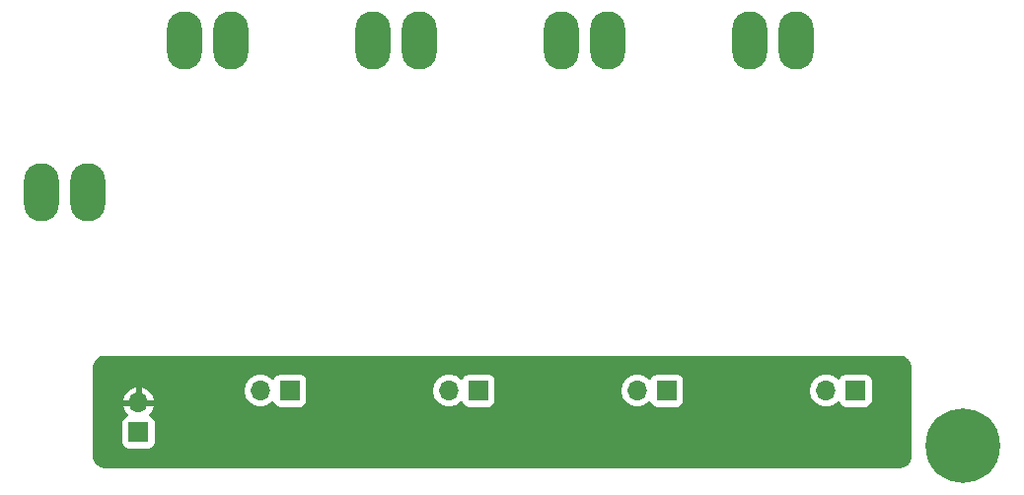
<source format=gbl>
G04 #@! TF.GenerationSoftware,KiCad,Pcbnew,5.0.1-33cea8e~68~ubuntu16.04.1*
G04 #@! TF.CreationDate,2019-04-14T12:12:49-04:00*
G04 #@! TF.ProjectId,fieldeffector,6669656C646566666563746F722E6B69,rev?*
G04 #@! TF.SameCoordinates,Original*
G04 #@! TF.FileFunction,Copper,L2,Bot,Signal*
G04 #@! TF.FilePolarity,Positive*
%FSLAX46Y46*%
G04 Gerber Fmt 4.6, Leading zero omitted, Abs format (unit mm)*
G04 Created by KiCad (PCBNEW 5.0.1-33cea8e~68~ubuntu16.04.1) date Sun 14 Apr 2019 12:12:49 EDT*
%MOMM*%
%LPD*%
G01*
G04 APERTURE LIST*
G04 #@! TA.AperFunction,ComponentPad*
%ADD10C,6.400000*%
G04 #@! TD*
G04 #@! TA.AperFunction,ComponentPad*
%ADD11C,0.800000*%
G04 #@! TD*
G04 #@! TA.AperFunction,ComponentPad*
%ADD12O,2.999740X5.001260*%
G04 #@! TD*
G04 #@! TA.AperFunction,ComponentPad*
%ADD13O,1.700000X1.700000*%
G04 #@! TD*
G04 #@! TA.AperFunction,ComponentPad*
%ADD14R,1.700000X1.700000*%
G04 #@! TD*
G04 #@! TA.AperFunction,ViaPad*
%ADD15C,0.800000*%
G04 #@! TD*
G04 #@! TA.AperFunction,Conductor*
%ADD16C,0.254000*%
G04 #@! TD*
G04 APERTURE END LIST*
D10*
G04 #@! TO.P,H3,1*
G04 #@! TO.N,Net-(H3-Pad1)*
X153650000Y-128065000D03*
D11*
X156050000Y-128065000D03*
X155347056Y-129762056D03*
X153650000Y-130465000D03*
X151952944Y-129762056D03*
X151250000Y-128065000D03*
X151952944Y-126367944D03*
X153650000Y-125665000D03*
X155347056Y-126367944D03*
G04 #@! TD*
D12*
G04 #@! TO.P,J3,2*
G04 #@! TO.N,Net-(D2-Pad2)*
X107000000Y-93265000D03*
G04 #@! TO.P,J3,1*
G04 #@! TO.N,+48V*
X103037600Y-93265000D03*
G04 #@! TD*
G04 #@! TO.P,J2,2*
G04 #@! TO.N,Net-(D3-Pad2)*
X123180000Y-93265000D03*
G04 #@! TO.P,J2,1*
G04 #@! TO.N,+48V*
X119217600Y-93265000D03*
G04 #@! TD*
G04 #@! TO.P,J5,2*
G04 #@! TO.N,+48V*
X74637600Y-106265000D03*
G04 #@! TO.P,J5,1*
G04 #@! TO.N,GND*
X78600000Y-106265000D03*
G04 #@! TD*
D13*
G04 #@! TO.P,J8,2*
G04 #@! TO.N,Net-(J8-Pad2)*
X109540000Y-123290000D03*
D14*
G04 #@! TO.P,J8,1*
G04 #@! TO.N,GND*
X112080000Y-123290000D03*
G04 #@! TD*
D13*
G04 #@! TO.P,J10,2*
G04 #@! TO.N,Net-(J10-Pad2)*
X141900000Y-123290000D03*
D14*
G04 #@! TO.P,J10,1*
G04 #@! TO.N,GND*
X144440000Y-123290000D03*
G04 #@! TD*
D13*
G04 #@! TO.P,J9,2*
G04 #@! TO.N,Net-(J9-Pad2)*
X125705000Y-123290000D03*
D14*
G04 #@! TO.P,J9,1*
G04 #@! TO.N,GND*
X128245000Y-123290000D03*
G04 #@! TD*
D13*
G04 #@! TO.P,J7,2*
G04 #@! TO.N,Net-(J7-Pad2)*
X93360000Y-123290000D03*
D14*
G04 #@! TO.P,J7,1*
G04 #@! TO.N,GND*
X95900000Y-123290000D03*
G04 #@! TD*
D13*
G04 #@! TO.P,J6,2*
G04 #@! TO.N,+5V*
X82900000Y-124325000D03*
D14*
G04 #@! TO.P,J6,1*
G04 #@! TO.N,GND*
X82900000Y-126865000D03*
G04 #@! TD*
D12*
G04 #@! TO.P,J4,2*
G04 #@! TO.N,Net-(D1-Pad2)*
X90820000Y-93265000D03*
G04 #@! TO.P,J4,1*
G04 #@! TO.N,+48V*
X86857600Y-93265000D03*
G04 #@! TD*
G04 #@! TO.P,J1,2*
G04 #@! TO.N,Net-(D4-Pad2)*
X139360000Y-93265000D03*
G04 #@! TO.P,J1,1*
G04 #@! TO.N,+48V*
X135397600Y-93265000D03*
G04 #@! TD*
D15*
G04 #@! TO.N,+5V*
X91650000Y-125815000D03*
X107900000Y-125815000D03*
X124150000Y-125815000D03*
X140400000Y-125815000D03*
G04 #@! TD*
D16*
G04 #@! TO.N,+5V*
G36*
X148533130Y-120460752D02*
X148815545Y-120649455D01*
X149004248Y-120931870D01*
X149073000Y-121277509D01*
X149073000Y-128952491D01*
X149004248Y-129298130D01*
X148815545Y-129580545D01*
X148533130Y-129769248D01*
X148187491Y-129838000D01*
X80012509Y-129838000D01*
X79666870Y-129769248D01*
X79384455Y-129580545D01*
X79195752Y-129298130D01*
X79127000Y-128952491D01*
X79127000Y-126015000D01*
X81402560Y-126015000D01*
X81402560Y-127715000D01*
X81451843Y-127962765D01*
X81592191Y-128172809D01*
X81802235Y-128313157D01*
X82050000Y-128362440D01*
X83750000Y-128362440D01*
X83997765Y-128313157D01*
X84207809Y-128172809D01*
X84348157Y-127962765D01*
X84397440Y-127715000D01*
X84397440Y-126015000D01*
X84348157Y-125767235D01*
X84207809Y-125557191D01*
X83997765Y-125416843D01*
X83894292Y-125396261D01*
X84171645Y-125091924D01*
X84341476Y-124681890D01*
X84220155Y-124452000D01*
X83027000Y-124452000D01*
X83027000Y-124472000D01*
X82773000Y-124472000D01*
X82773000Y-124452000D01*
X81579845Y-124452000D01*
X81458524Y-124681890D01*
X81628355Y-125091924D01*
X81905708Y-125396261D01*
X81802235Y-125416843D01*
X81592191Y-125557191D01*
X81451843Y-125767235D01*
X81402560Y-126015000D01*
X79127000Y-126015000D01*
X79127000Y-123968110D01*
X81458524Y-123968110D01*
X81579845Y-124198000D01*
X82773000Y-124198000D01*
X82773000Y-123004181D01*
X83027000Y-123004181D01*
X83027000Y-124198000D01*
X84220155Y-124198000D01*
X84341476Y-123968110D01*
X84171645Y-123558076D01*
X83927339Y-123290000D01*
X91845908Y-123290000D01*
X91961161Y-123869418D01*
X92289375Y-124360625D01*
X92780582Y-124688839D01*
X93213744Y-124775000D01*
X93506256Y-124775000D01*
X93939418Y-124688839D01*
X94430625Y-124360625D01*
X94442816Y-124342381D01*
X94451843Y-124387765D01*
X94592191Y-124597809D01*
X94802235Y-124738157D01*
X95050000Y-124787440D01*
X96750000Y-124787440D01*
X96997765Y-124738157D01*
X97207809Y-124597809D01*
X97348157Y-124387765D01*
X97397440Y-124140000D01*
X97397440Y-123290000D01*
X108025908Y-123290000D01*
X108141161Y-123869418D01*
X108469375Y-124360625D01*
X108960582Y-124688839D01*
X109393744Y-124775000D01*
X109686256Y-124775000D01*
X110119418Y-124688839D01*
X110610625Y-124360625D01*
X110622816Y-124342381D01*
X110631843Y-124387765D01*
X110772191Y-124597809D01*
X110982235Y-124738157D01*
X111230000Y-124787440D01*
X112930000Y-124787440D01*
X113177765Y-124738157D01*
X113387809Y-124597809D01*
X113528157Y-124387765D01*
X113577440Y-124140000D01*
X113577440Y-123290000D01*
X124190908Y-123290000D01*
X124306161Y-123869418D01*
X124634375Y-124360625D01*
X125125582Y-124688839D01*
X125558744Y-124775000D01*
X125851256Y-124775000D01*
X126284418Y-124688839D01*
X126775625Y-124360625D01*
X126787816Y-124342381D01*
X126796843Y-124387765D01*
X126937191Y-124597809D01*
X127147235Y-124738157D01*
X127395000Y-124787440D01*
X129095000Y-124787440D01*
X129342765Y-124738157D01*
X129552809Y-124597809D01*
X129693157Y-124387765D01*
X129742440Y-124140000D01*
X129742440Y-123290000D01*
X140385908Y-123290000D01*
X140501161Y-123869418D01*
X140829375Y-124360625D01*
X141320582Y-124688839D01*
X141753744Y-124775000D01*
X142046256Y-124775000D01*
X142479418Y-124688839D01*
X142970625Y-124360625D01*
X142982816Y-124342381D01*
X142991843Y-124387765D01*
X143132191Y-124597809D01*
X143342235Y-124738157D01*
X143590000Y-124787440D01*
X145290000Y-124787440D01*
X145537765Y-124738157D01*
X145747809Y-124597809D01*
X145888157Y-124387765D01*
X145937440Y-124140000D01*
X145937440Y-122440000D01*
X145888157Y-122192235D01*
X145747809Y-121982191D01*
X145537765Y-121841843D01*
X145290000Y-121792560D01*
X143590000Y-121792560D01*
X143342235Y-121841843D01*
X143132191Y-121982191D01*
X142991843Y-122192235D01*
X142982816Y-122237619D01*
X142970625Y-122219375D01*
X142479418Y-121891161D01*
X142046256Y-121805000D01*
X141753744Y-121805000D01*
X141320582Y-121891161D01*
X140829375Y-122219375D01*
X140501161Y-122710582D01*
X140385908Y-123290000D01*
X129742440Y-123290000D01*
X129742440Y-122440000D01*
X129693157Y-122192235D01*
X129552809Y-121982191D01*
X129342765Y-121841843D01*
X129095000Y-121792560D01*
X127395000Y-121792560D01*
X127147235Y-121841843D01*
X126937191Y-121982191D01*
X126796843Y-122192235D01*
X126787816Y-122237619D01*
X126775625Y-122219375D01*
X126284418Y-121891161D01*
X125851256Y-121805000D01*
X125558744Y-121805000D01*
X125125582Y-121891161D01*
X124634375Y-122219375D01*
X124306161Y-122710582D01*
X124190908Y-123290000D01*
X113577440Y-123290000D01*
X113577440Y-122440000D01*
X113528157Y-122192235D01*
X113387809Y-121982191D01*
X113177765Y-121841843D01*
X112930000Y-121792560D01*
X111230000Y-121792560D01*
X110982235Y-121841843D01*
X110772191Y-121982191D01*
X110631843Y-122192235D01*
X110622816Y-122237619D01*
X110610625Y-122219375D01*
X110119418Y-121891161D01*
X109686256Y-121805000D01*
X109393744Y-121805000D01*
X108960582Y-121891161D01*
X108469375Y-122219375D01*
X108141161Y-122710582D01*
X108025908Y-123290000D01*
X97397440Y-123290000D01*
X97397440Y-122440000D01*
X97348157Y-122192235D01*
X97207809Y-121982191D01*
X96997765Y-121841843D01*
X96750000Y-121792560D01*
X95050000Y-121792560D01*
X94802235Y-121841843D01*
X94592191Y-121982191D01*
X94451843Y-122192235D01*
X94442816Y-122237619D01*
X94430625Y-122219375D01*
X93939418Y-121891161D01*
X93506256Y-121805000D01*
X93213744Y-121805000D01*
X92780582Y-121891161D01*
X92289375Y-122219375D01*
X91961161Y-122710582D01*
X91845908Y-123290000D01*
X83927339Y-123290000D01*
X83781358Y-123129817D01*
X83256892Y-122883514D01*
X83027000Y-123004181D01*
X82773000Y-123004181D01*
X82543108Y-122883514D01*
X82018642Y-123129817D01*
X81628355Y-123558076D01*
X81458524Y-123968110D01*
X79127000Y-123968110D01*
X79127000Y-121277509D01*
X79195752Y-120931870D01*
X79384455Y-120649455D01*
X79666870Y-120460752D01*
X80012509Y-120392000D01*
X148187491Y-120392000D01*
X148533130Y-120460752D01*
X148533130Y-120460752D01*
G37*
X148533130Y-120460752D02*
X148815545Y-120649455D01*
X149004248Y-120931870D01*
X149073000Y-121277509D01*
X149073000Y-128952491D01*
X149004248Y-129298130D01*
X148815545Y-129580545D01*
X148533130Y-129769248D01*
X148187491Y-129838000D01*
X80012509Y-129838000D01*
X79666870Y-129769248D01*
X79384455Y-129580545D01*
X79195752Y-129298130D01*
X79127000Y-128952491D01*
X79127000Y-126015000D01*
X81402560Y-126015000D01*
X81402560Y-127715000D01*
X81451843Y-127962765D01*
X81592191Y-128172809D01*
X81802235Y-128313157D01*
X82050000Y-128362440D01*
X83750000Y-128362440D01*
X83997765Y-128313157D01*
X84207809Y-128172809D01*
X84348157Y-127962765D01*
X84397440Y-127715000D01*
X84397440Y-126015000D01*
X84348157Y-125767235D01*
X84207809Y-125557191D01*
X83997765Y-125416843D01*
X83894292Y-125396261D01*
X84171645Y-125091924D01*
X84341476Y-124681890D01*
X84220155Y-124452000D01*
X83027000Y-124452000D01*
X83027000Y-124472000D01*
X82773000Y-124472000D01*
X82773000Y-124452000D01*
X81579845Y-124452000D01*
X81458524Y-124681890D01*
X81628355Y-125091924D01*
X81905708Y-125396261D01*
X81802235Y-125416843D01*
X81592191Y-125557191D01*
X81451843Y-125767235D01*
X81402560Y-126015000D01*
X79127000Y-126015000D01*
X79127000Y-123968110D01*
X81458524Y-123968110D01*
X81579845Y-124198000D01*
X82773000Y-124198000D01*
X82773000Y-123004181D01*
X83027000Y-123004181D01*
X83027000Y-124198000D01*
X84220155Y-124198000D01*
X84341476Y-123968110D01*
X84171645Y-123558076D01*
X83927339Y-123290000D01*
X91845908Y-123290000D01*
X91961161Y-123869418D01*
X92289375Y-124360625D01*
X92780582Y-124688839D01*
X93213744Y-124775000D01*
X93506256Y-124775000D01*
X93939418Y-124688839D01*
X94430625Y-124360625D01*
X94442816Y-124342381D01*
X94451843Y-124387765D01*
X94592191Y-124597809D01*
X94802235Y-124738157D01*
X95050000Y-124787440D01*
X96750000Y-124787440D01*
X96997765Y-124738157D01*
X97207809Y-124597809D01*
X97348157Y-124387765D01*
X97397440Y-124140000D01*
X97397440Y-123290000D01*
X108025908Y-123290000D01*
X108141161Y-123869418D01*
X108469375Y-124360625D01*
X108960582Y-124688839D01*
X109393744Y-124775000D01*
X109686256Y-124775000D01*
X110119418Y-124688839D01*
X110610625Y-124360625D01*
X110622816Y-124342381D01*
X110631843Y-124387765D01*
X110772191Y-124597809D01*
X110982235Y-124738157D01*
X111230000Y-124787440D01*
X112930000Y-124787440D01*
X113177765Y-124738157D01*
X113387809Y-124597809D01*
X113528157Y-124387765D01*
X113577440Y-124140000D01*
X113577440Y-123290000D01*
X124190908Y-123290000D01*
X124306161Y-123869418D01*
X124634375Y-124360625D01*
X125125582Y-124688839D01*
X125558744Y-124775000D01*
X125851256Y-124775000D01*
X126284418Y-124688839D01*
X126775625Y-124360625D01*
X126787816Y-124342381D01*
X126796843Y-124387765D01*
X126937191Y-124597809D01*
X127147235Y-124738157D01*
X127395000Y-124787440D01*
X129095000Y-124787440D01*
X129342765Y-124738157D01*
X129552809Y-124597809D01*
X129693157Y-124387765D01*
X129742440Y-124140000D01*
X129742440Y-123290000D01*
X140385908Y-123290000D01*
X140501161Y-123869418D01*
X140829375Y-124360625D01*
X141320582Y-124688839D01*
X141753744Y-124775000D01*
X142046256Y-124775000D01*
X142479418Y-124688839D01*
X142970625Y-124360625D01*
X142982816Y-124342381D01*
X142991843Y-124387765D01*
X143132191Y-124597809D01*
X143342235Y-124738157D01*
X143590000Y-124787440D01*
X145290000Y-124787440D01*
X145537765Y-124738157D01*
X145747809Y-124597809D01*
X145888157Y-124387765D01*
X145937440Y-124140000D01*
X145937440Y-122440000D01*
X145888157Y-122192235D01*
X145747809Y-121982191D01*
X145537765Y-121841843D01*
X145290000Y-121792560D01*
X143590000Y-121792560D01*
X143342235Y-121841843D01*
X143132191Y-121982191D01*
X142991843Y-122192235D01*
X142982816Y-122237619D01*
X142970625Y-122219375D01*
X142479418Y-121891161D01*
X142046256Y-121805000D01*
X141753744Y-121805000D01*
X141320582Y-121891161D01*
X140829375Y-122219375D01*
X140501161Y-122710582D01*
X140385908Y-123290000D01*
X129742440Y-123290000D01*
X129742440Y-122440000D01*
X129693157Y-122192235D01*
X129552809Y-121982191D01*
X129342765Y-121841843D01*
X129095000Y-121792560D01*
X127395000Y-121792560D01*
X127147235Y-121841843D01*
X126937191Y-121982191D01*
X126796843Y-122192235D01*
X126787816Y-122237619D01*
X126775625Y-122219375D01*
X126284418Y-121891161D01*
X125851256Y-121805000D01*
X125558744Y-121805000D01*
X125125582Y-121891161D01*
X124634375Y-122219375D01*
X124306161Y-122710582D01*
X124190908Y-123290000D01*
X113577440Y-123290000D01*
X113577440Y-122440000D01*
X113528157Y-122192235D01*
X113387809Y-121982191D01*
X113177765Y-121841843D01*
X112930000Y-121792560D01*
X111230000Y-121792560D01*
X110982235Y-121841843D01*
X110772191Y-121982191D01*
X110631843Y-122192235D01*
X110622816Y-122237619D01*
X110610625Y-122219375D01*
X110119418Y-121891161D01*
X109686256Y-121805000D01*
X109393744Y-121805000D01*
X108960582Y-121891161D01*
X108469375Y-122219375D01*
X108141161Y-122710582D01*
X108025908Y-123290000D01*
X97397440Y-123290000D01*
X97397440Y-122440000D01*
X97348157Y-122192235D01*
X97207809Y-121982191D01*
X96997765Y-121841843D01*
X96750000Y-121792560D01*
X95050000Y-121792560D01*
X94802235Y-121841843D01*
X94592191Y-121982191D01*
X94451843Y-122192235D01*
X94442816Y-122237619D01*
X94430625Y-122219375D01*
X93939418Y-121891161D01*
X93506256Y-121805000D01*
X93213744Y-121805000D01*
X92780582Y-121891161D01*
X92289375Y-122219375D01*
X91961161Y-122710582D01*
X91845908Y-123290000D01*
X83927339Y-123290000D01*
X83781358Y-123129817D01*
X83256892Y-122883514D01*
X83027000Y-123004181D01*
X82773000Y-123004181D01*
X82543108Y-122883514D01*
X82018642Y-123129817D01*
X81628355Y-123558076D01*
X81458524Y-123968110D01*
X79127000Y-123968110D01*
X79127000Y-121277509D01*
X79195752Y-120931870D01*
X79384455Y-120649455D01*
X79666870Y-120460752D01*
X80012509Y-120392000D01*
X148187491Y-120392000D01*
X148533130Y-120460752D01*
G04 #@! TD*
M02*

</source>
